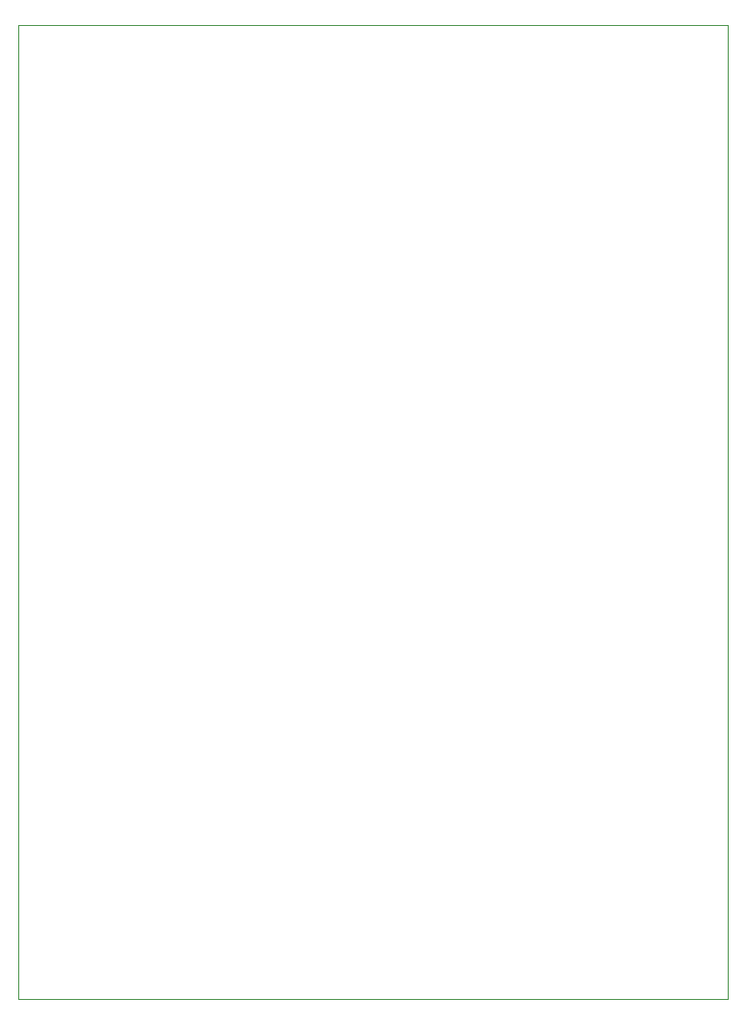
<source format=gbr>
%TF.GenerationSoftware,KiCad,Pcbnew,7.0.7*%
%TF.CreationDate,2023-11-27T02:20:36+00:00*%
%TF.ProjectId,Lynx-MK1-MEM,4c796e78-2d4d-44b3-912d-4d454d2e6b69,rev?*%
%TF.SameCoordinates,Original*%
%TF.FileFunction,Profile,NP*%
%FSLAX46Y46*%
G04 Gerber Fmt 4.6, Leading zero omitted, Abs format (unit mm)*
G04 Created by KiCad (PCBNEW 7.0.7) date 2023-11-27 02:20:36*
%MOMM*%
%LPD*%
G01*
G04 APERTURE LIST*
%TA.AperFunction,Profile*%
%ADD10C,0.100000*%
%TD*%
G04 APERTURE END LIST*
D10*
X75565000Y-59182000D02*
X138049000Y-59182000D01*
X138049000Y-144907000D01*
X75565000Y-144907000D01*
X75565000Y-59182000D01*
M02*

</source>
